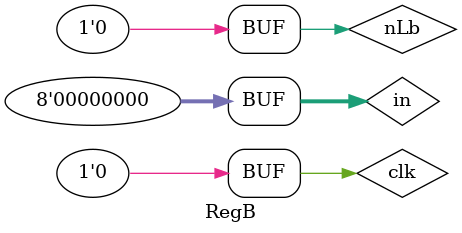
<source format=v>
`timescale 1ns / 1ps


module RegB;

	// Inputs
	reg nLb;
	reg clk;
	reg [7:0] in;

	// Outputs
	wire [7:0] out;

	// Instantiate the Unit Under Test (UUT)
	register_b uut (
		.nLb(nLb), 
		.clk(clk), 
		.in(in), 
		.out(out)
	);

	initial begin
		// Initialize Inputs
		nLb = 0;
		clk = 0;
		in = 0;

		// Wait 100 ns for global reset to finish
		#100;
        
		// Add stimulus here

	end
      
endmodule


</source>
